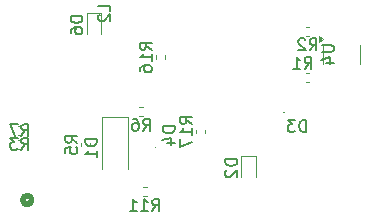
<source format=gbr>
%TF.GenerationSoftware,KiCad,Pcbnew,9.0.1*%
%TF.CreationDate,2025-04-28T02:05:13+08:00*%
%TF.ProjectId,Flight_Control,466c6967-6874-45f4-936f-6e74726f6c2e,rev?*%
%TF.SameCoordinates,Original*%
%TF.FileFunction,Legend,Bot*%
%TF.FilePolarity,Positive*%
%FSLAX46Y46*%
G04 Gerber Fmt 4.6, Leading zero omitted, Abs format (unit mm)*
G04 Created by KiCad (PCBNEW 9.0.1) date 2025-04-28 02:05:13*
%MOMM*%
%LPD*%
G01*
G04 APERTURE LIST*
%ADD10C,0.150000*%
%ADD11C,0.508000*%
%ADD12C,0.120000*%
%ADD13C,0.100000*%
G04 APERTURE END LIST*
D10*
X166692319Y-114988095D02*
X167501842Y-114988095D01*
X167501842Y-114988095D02*
X167597080Y-115035714D01*
X167597080Y-115035714D02*
X167644700Y-115083333D01*
X167644700Y-115083333D02*
X167692319Y-115178571D01*
X167692319Y-115178571D02*
X167692319Y-115369047D01*
X167692319Y-115369047D02*
X167644700Y-115464285D01*
X167644700Y-115464285D02*
X167597080Y-115511904D01*
X167597080Y-115511904D02*
X167501842Y-115559523D01*
X167501842Y-115559523D02*
X166692319Y-115559523D01*
X167025652Y-116464285D02*
X167692319Y-116464285D01*
X166644700Y-116226190D02*
X167358985Y-115988095D01*
X167358985Y-115988095D02*
X167358985Y-116607142D01*
X159524819Y-124646905D02*
X158524819Y-124646905D01*
X158524819Y-124646905D02*
X158524819Y-124885000D01*
X158524819Y-124885000D02*
X158572438Y-125027857D01*
X158572438Y-125027857D02*
X158667676Y-125123095D01*
X158667676Y-125123095D02*
X158762914Y-125170714D01*
X158762914Y-125170714D02*
X158953390Y-125218333D01*
X158953390Y-125218333D02*
X159096247Y-125218333D01*
X159096247Y-125218333D02*
X159286723Y-125170714D01*
X159286723Y-125170714D02*
X159381961Y-125123095D01*
X159381961Y-125123095D02*
X159477200Y-125027857D01*
X159477200Y-125027857D02*
X159524819Y-124885000D01*
X159524819Y-124885000D02*
X159524819Y-124646905D01*
X158620057Y-125599286D02*
X158572438Y-125646905D01*
X158572438Y-125646905D02*
X158524819Y-125742143D01*
X158524819Y-125742143D02*
X158524819Y-125980238D01*
X158524819Y-125980238D02*
X158572438Y-126075476D01*
X158572438Y-126075476D02*
X158620057Y-126123095D01*
X158620057Y-126123095D02*
X158715295Y-126170714D01*
X158715295Y-126170714D02*
X158810533Y-126170714D01*
X158810533Y-126170714D02*
X158953390Y-126123095D01*
X158953390Y-126123095D02*
X159524819Y-125551667D01*
X159524819Y-125551667D02*
X159524819Y-126170714D01*
X165338094Y-122324819D02*
X165338094Y-121324819D01*
X165338094Y-121324819D02*
X165099999Y-121324819D01*
X165099999Y-121324819D02*
X164957142Y-121372438D01*
X164957142Y-121372438D02*
X164861904Y-121467676D01*
X164861904Y-121467676D02*
X164814285Y-121562914D01*
X164814285Y-121562914D02*
X164766666Y-121753390D01*
X164766666Y-121753390D02*
X164766666Y-121896247D01*
X164766666Y-121896247D02*
X164814285Y-122086723D01*
X164814285Y-122086723D02*
X164861904Y-122181961D01*
X164861904Y-122181961D02*
X164957142Y-122277200D01*
X164957142Y-122277200D02*
X165099999Y-122324819D01*
X165099999Y-122324819D02*
X165338094Y-122324819D01*
X164433332Y-121324819D02*
X163814285Y-121324819D01*
X163814285Y-121324819D02*
X164147618Y-121705771D01*
X164147618Y-121705771D02*
X164004761Y-121705771D01*
X164004761Y-121705771D02*
X163909523Y-121753390D01*
X163909523Y-121753390D02*
X163861904Y-121801009D01*
X163861904Y-121801009D02*
X163814285Y-121896247D01*
X163814285Y-121896247D02*
X163814285Y-122134342D01*
X163814285Y-122134342D02*
X163861904Y-122229580D01*
X163861904Y-122229580D02*
X163909523Y-122277200D01*
X163909523Y-122277200D02*
X164004761Y-122324819D01*
X164004761Y-122324819D02*
X164290475Y-122324819D01*
X164290475Y-122324819D02*
X164385713Y-122277200D01*
X164385713Y-122277200D02*
X164433332Y-122229580D01*
X152342857Y-129024819D02*
X152676190Y-128548628D01*
X152914285Y-129024819D02*
X152914285Y-128024819D01*
X152914285Y-128024819D02*
X152533333Y-128024819D01*
X152533333Y-128024819D02*
X152438095Y-128072438D01*
X152438095Y-128072438D02*
X152390476Y-128120057D01*
X152390476Y-128120057D02*
X152342857Y-128215295D01*
X152342857Y-128215295D02*
X152342857Y-128358152D01*
X152342857Y-128358152D02*
X152390476Y-128453390D01*
X152390476Y-128453390D02*
X152438095Y-128501009D01*
X152438095Y-128501009D02*
X152533333Y-128548628D01*
X152533333Y-128548628D02*
X152914285Y-128548628D01*
X151390476Y-129024819D02*
X151961904Y-129024819D01*
X151676190Y-129024819D02*
X151676190Y-128024819D01*
X151676190Y-128024819D02*
X151771428Y-128167676D01*
X151771428Y-128167676D02*
X151866666Y-128262914D01*
X151866666Y-128262914D02*
X151961904Y-128310533D01*
X150438095Y-129024819D02*
X151009523Y-129024819D01*
X150723809Y-129024819D02*
X150723809Y-128024819D01*
X150723809Y-128024819D02*
X150819047Y-128167676D01*
X150819047Y-128167676D02*
X150914285Y-128262914D01*
X150914285Y-128262914D02*
X151009523Y-128310533D01*
X145984819Y-123243333D02*
X145508628Y-122910000D01*
X145984819Y-122671905D02*
X144984819Y-122671905D01*
X144984819Y-122671905D02*
X144984819Y-123052857D01*
X144984819Y-123052857D02*
X145032438Y-123148095D01*
X145032438Y-123148095D02*
X145080057Y-123195714D01*
X145080057Y-123195714D02*
X145175295Y-123243333D01*
X145175295Y-123243333D02*
X145318152Y-123243333D01*
X145318152Y-123243333D02*
X145413390Y-123195714D01*
X145413390Y-123195714D02*
X145461009Y-123148095D01*
X145461009Y-123148095D02*
X145508628Y-123052857D01*
X145508628Y-123052857D02*
X145508628Y-122671905D01*
X144984819Y-124148095D02*
X144984819Y-123671905D01*
X144984819Y-123671905D02*
X145461009Y-123624286D01*
X145461009Y-123624286D02*
X145413390Y-123671905D01*
X145413390Y-123671905D02*
X145365771Y-123767143D01*
X145365771Y-123767143D02*
X145365771Y-124005238D01*
X145365771Y-124005238D02*
X145413390Y-124100476D01*
X145413390Y-124100476D02*
X145461009Y-124148095D01*
X145461009Y-124148095D02*
X145556247Y-124195714D01*
X145556247Y-124195714D02*
X145794342Y-124195714D01*
X145794342Y-124195714D02*
X145889580Y-124148095D01*
X145889580Y-124148095D02*
X145937200Y-124100476D01*
X145937200Y-124100476D02*
X145984819Y-124005238D01*
X145984819Y-124005238D02*
X145984819Y-123767143D01*
X145984819Y-123767143D02*
X145937200Y-123671905D01*
X145937200Y-123671905D02*
X145889580Y-123624286D01*
X151566666Y-122224819D02*
X151899999Y-121748628D01*
X152138094Y-122224819D02*
X152138094Y-121224819D01*
X152138094Y-121224819D02*
X151757142Y-121224819D01*
X151757142Y-121224819D02*
X151661904Y-121272438D01*
X151661904Y-121272438D02*
X151614285Y-121320057D01*
X151614285Y-121320057D02*
X151566666Y-121415295D01*
X151566666Y-121415295D02*
X151566666Y-121558152D01*
X151566666Y-121558152D02*
X151614285Y-121653390D01*
X151614285Y-121653390D02*
X151661904Y-121701009D01*
X151661904Y-121701009D02*
X151757142Y-121748628D01*
X151757142Y-121748628D02*
X152138094Y-121748628D01*
X150709523Y-121224819D02*
X150899999Y-121224819D01*
X150899999Y-121224819D02*
X150995237Y-121272438D01*
X150995237Y-121272438D02*
X151042856Y-121320057D01*
X151042856Y-121320057D02*
X151138094Y-121462914D01*
X151138094Y-121462914D02*
X151185713Y-121653390D01*
X151185713Y-121653390D02*
X151185713Y-122034342D01*
X151185713Y-122034342D02*
X151138094Y-122129580D01*
X151138094Y-122129580D02*
X151090475Y-122177200D01*
X151090475Y-122177200D02*
X150995237Y-122224819D01*
X150995237Y-122224819D02*
X150804761Y-122224819D01*
X150804761Y-122224819D02*
X150709523Y-122177200D01*
X150709523Y-122177200D02*
X150661904Y-122129580D01*
X150661904Y-122129580D02*
X150614285Y-122034342D01*
X150614285Y-122034342D02*
X150614285Y-121796247D01*
X150614285Y-121796247D02*
X150661904Y-121701009D01*
X150661904Y-121701009D02*
X150709523Y-121653390D01*
X150709523Y-121653390D02*
X150804761Y-121605771D01*
X150804761Y-121605771D02*
X150995237Y-121605771D01*
X150995237Y-121605771D02*
X151090475Y-121653390D01*
X151090475Y-121653390D02*
X151138094Y-121701009D01*
X151138094Y-121701009D02*
X151185713Y-121796247D01*
X152284819Y-115367142D02*
X151808628Y-115033809D01*
X152284819Y-114795714D02*
X151284819Y-114795714D01*
X151284819Y-114795714D02*
X151284819Y-115176666D01*
X151284819Y-115176666D02*
X151332438Y-115271904D01*
X151332438Y-115271904D02*
X151380057Y-115319523D01*
X151380057Y-115319523D02*
X151475295Y-115367142D01*
X151475295Y-115367142D02*
X151618152Y-115367142D01*
X151618152Y-115367142D02*
X151713390Y-115319523D01*
X151713390Y-115319523D02*
X151761009Y-115271904D01*
X151761009Y-115271904D02*
X151808628Y-115176666D01*
X151808628Y-115176666D02*
X151808628Y-114795714D01*
X152284819Y-116319523D02*
X152284819Y-115748095D01*
X152284819Y-116033809D02*
X151284819Y-116033809D01*
X151284819Y-116033809D02*
X151427676Y-115938571D01*
X151427676Y-115938571D02*
X151522914Y-115843333D01*
X151522914Y-115843333D02*
X151570533Y-115748095D01*
X151284819Y-117176666D02*
X151284819Y-116986190D01*
X151284819Y-116986190D02*
X151332438Y-116890952D01*
X151332438Y-116890952D02*
X151380057Y-116843333D01*
X151380057Y-116843333D02*
X151522914Y-116748095D01*
X151522914Y-116748095D02*
X151713390Y-116700476D01*
X151713390Y-116700476D02*
X152094342Y-116700476D01*
X152094342Y-116700476D02*
X152189580Y-116748095D01*
X152189580Y-116748095D02*
X152237200Y-116795714D01*
X152237200Y-116795714D02*
X152284819Y-116890952D01*
X152284819Y-116890952D02*
X152284819Y-117081428D01*
X152284819Y-117081428D02*
X152237200Y-117176666D01*
X152237200Y-117176666D02*
X152189580Y-117224285D01*
X152189580Y-117224285D02*
X152094342Y-117271904D01*
X152094342Y-117271904D02*
X151856247Y-117271904D01*
X151856247Y-117271904D02*
X151761009Y-117224285D01*
X151761009Y-117224285D02*
X151713390Y-117176666D01*
X151713390Y-117176666D02*
X151665771Y-117081428D01*
X151665771Y-117081428D02*
X151665771Y-116890952D01*
X151665771Y-116890952D02*
X151713390Y-116795714D01*
X151713390Y-116795714D02*
X151761009Y-116748095D01*
X151761009Y-116748095D02*
X151856247Y-116700476D01*
X155684819Y-121657142D02*
X155208628Y-121323809D01*
X155684819Y-121085714D02*
X154684819Y-121085714D01*
X154684819Y-121085714D02*
X154684819Y-121466666D01*
X154684819Y-121466666D02*
X154732438Y-121561904D01*
X154732438Y-121561904D02*
X154780057Y-121609523D01*
X154780057Y-121609523D02*
X154875295Y-121657142D01*
X154875295Y-121657142D02*
X155018152Y-121657142D01*
X155018152Y-121657142D02*
X155113390Y-121609523D01*
X155113390Y-121609523D02*
X155161009Y-121561904D01*
X155161009Y-121561904D02*
X155208628Y-121466666D01*
X155208628Y-121466666D02*
X155208628Y-121085714D01*
X155684819Y-122609523D02*
X155684819Y-122038095D01*
X155684819Y-122323809D02*
X154684819Y-122323809D01*
X154684819Y-122323809D02*
X154827676Y-122228571D01*
X154827676Y-122228571D02*
X154922914Y-122133333D01*
X154922914Y-122133333D02*
X154970533Y-122038095D01*
X154684819Y-122942857D02*
X154684819Y-123609523D01*
X154684819Y-123609523D02*
X155684819Y-123180952D01*
X165656666Y-115424819D02*
X165989999Y-114948628D01*
X166228094Y-115424819D02*
X166228094Y-114424819D01*
X166228094Y-114424819D02*
X165847142Y-114424819D01*
X165847142Y-114424819D02*
X165751904Y-114472438D01*
X165751904Y-114472438D02*
X165704285Y-114520057D01*
X165704285Y-114520057D02*
X165656666Y-114615295D01*
X165656666Y-114615295D02*
X165656666Y-114758152D01*
X165656666Y-114758152D02*
X165704285Y-114853390D01*
X165704285Y-114853390D02*
X165751904Y-114901009D01*
X165751904Y-114901009D02*
X165847142Y-114948628D01*
X165847142Y-114948628D02*
X166228094Y-114948628D01*
X165275713Y-114520057D02*
X165228094Y-114472438D01*
X165228094Y-114472438D02*
X165132856Y-114424819D01*
X165132856Y-114424819D02*
X164894761Y-114424819D01*
X164894761Y-114424819D02*
X164799523Y-114472438D01*
X164799523Y-114472438D02*
X164751904Y-114520057D01*
X164751904Y-114520057D02*
X164704285Y-114615295D01*
X164704285Y-114615295D02*
X164704285Y-114710533D01*
X164704285Y-114710533D02*
X164751904Y-114853390D01*
X164751904Y-114853390D02*
X165323332Y-115424819D01*
X165323332Y-115424819D02*
X164704285Y-115424819D01*
X141266666Y-123824819D02*
X141599999Y-123348628D01*
X141838094Y-123824819D02*
X141838094Y-122824819D01*
X141838094Y-122824819D02*
X141457142Y-122824819D01*
X141457142Y-122824819D02*
X141361904Y-122872438D01*
X141361904Y-122872438D02*
X141314285Y-122920057D01*
X141314285Y-122920057D02*
X141266666Y-123015295D01*
X141266666Y-123015295D02*
X141266666Y-123158152D01*
X141266666Y-123158152D02*
X141314285Y-123253390D01*
X141314285Y-123253390D02*
X141361904Y-123301009D01*
X141361904Y-123301009D02*
X141457142Y-123348628D01*
X141457142Y-123348628D02*
X141838094Y-123348628D01*
X140933332Y-122824819D02*
X140314285Y-122824819D01*
X140314285Y-122824819D02*
X140647618Y-123205771D01*
X140647618Y-123205771D02*
X140504761Y-123205771D01*
X140504761Y-123205771D02*
X140409523Y-123253390D01*
X140409523Y-123253390D02*
X140361904Y-123301009D01*
X140361904Y-123301009D02*
X140314285Y-123396247D01*
X140314285Y-123396247D02*
X140314285Y-123634342D01*
X140314285Y-123634342D02*
X140361904Y-123729580D01*
X140361904Y-123729580D02*
X140409523Y-123777200D01*
X140409523Y-123777200D02*
X140504761Y-123824819D01*
X140504761Y-123824819D02*
X140790475Y-123824819D01*
X140790475Y-123824819D02*
X140885713Y-123777200D01*
X140885713Y-123777200D02*
X140933332Y-123729580D01*
X148784819Y-112118333D02*
X148784819Y-111642143D01*
X148784819Y-111642143D02*
X147784819Y-111642143D01*
X147880057Y-112404048D02*
X147832438Y-112451667D01*
X147832438Y-112451667D02*
X147784819Y-112546905D01*
X147784819Y-112546905D02*
X147784819Y-112785000D01*
X147784819Y-112785000D02*
X147832438Y-112880238D01*
X147832438Y-112880238D02*
X147880057Y-112927857D01*
X147880057Y-112927857D02*
X147975295Y-112975476D01*
X147975295Y-112975476D02*
X148070533Y-112975476D01*
X148070533Y-112975476D02*
X148213390Y-112927857D01*
X148213390Y-112927857D02*
X148784819Y-112356429D01*
X148784819Y-112356429D02*
X148784819Y-112975476D01*
X147654819Y-122961905D02*
X146654819Y-122961905D01*
X146654819Y-122961905D02*
X146654819Y-123200000D01*
X146654819Y-123200000D02*
X146702438Y-123342857D01*
X146702438Y-123342857D02*
X146797676Y-123438095D01*
X146797676Y-123438095D02*
X146892914Y-123485714D01*
X146892914Y-123485714D02*
X147083390Y-123533333D01*
X147083390Y-123533333D02*
X147226247Y-123533333D01*
X147226247Y-123533333D02*
X147416723Y-123485714D01*
X147416723Y-123485714D02*
X147511961Y-123438095D01*
X147511961Y-123438095D02*
X147607200Y-123342857D01*
X147607200Y-123342857D02*
X147654819Y-123200000D01*
X147654819Y-123200000D02*
X147654819Y-122961905D01*
X147654819Y-124485714D02*
X147654819Y-123914286D01*
X147654819Y-124200000D02*
X146654819Y-124200000D01*
X146654819Y-124200000D02*
X146797676Y-124104762D01*
X146797676Y-124104762D02*
X146892914Y-124009524D01*
X146892914Y-124009524D02*
X146940533Y-123914286D01*
X146424819Y-112536905D02*
X145424819Y-112536905D01*
X145424819Y-112536905D02*
X145424819Y-112775000D01*
X145424819Y-112775000D02*
X145472438Y-112917857D01*
X145472438Y-112917857D02*
X145567676Y-113013095D01*
X145567676Y-113013095D02*
X145662914Y-113060714D01*
X145662914Y-113060714D02*
X145853390Y-113108333D01*
X145853390Y-113108333D02*
X145996247Y-113108333D01*
X145996247Y-113108333D02*
X146186723Y-113060714D01*
X146186723Y-113060714D02*
X146281961Y-113013095D01*
X146281961Y-113013095D02*
X146377200Y-112917857D01*
X146377200Y-112917857D02*
X146424819Y-112775000D01*
X146424819Y-112775000D02*
X146424819Y-112536905D01*
X145424819Y-113965476D02*
X145424819Y-113775000D01*
X145424819Y-113775000D02*
X145472438Y-113679762D01*
X145472438Y-113679762D02*
X145520057Y-113632143D01*
X145520057Y-113632143D02*
X145662914Y-113536905D01*
X145662914Y-113536905D02*
X145853390Y-113489286D01*
X145853390Y-113489286D02*
X146234342Y-113489286D01*
X146234342Y-113489286D02*
X146329580Y-113536905D01*
X146329580Y-113536905D02*
X146377200Y-113584524D01*
X146377200Y-113584524D02*
X146424819Y-113679762D01*
X146424819Y-113679762D02*
X146424819Y-113870238D01*
X146424819Y-113870238D02*
X146377200Y-113965476D01*
X146377200Y-113965476D02*
X146329580Y-114013095D01*
X146329580Y-114013095D02*
X146234342Y-114060714D01*
X146234342Y-114060714D02*
X145996247Y-114060714D01*
X145996247Y-114060714D02*
X145901009Y-114013095D01*
X145901009Y-114013095D02*
X145853390Y-113965476D01*
X145853390Y-113965476D02*
X145805771Y-113870238D01*
X145805771Y-113870238D02*
X145805771Y-113679762D01*
X145805771Y-113679762D02*
X145853390Y-113584524D01*
X145853390Y-113584524D02*
X145901009Y-113536905D01*
X145901009Y-113536905D02*
X145996247Y-113489286D01*
X165236666Y-116984819D02*
X165569999Y-116508628D01*
X165808094Y-116984819D02*
X165808094Y-115984819D01*
X165808094Y-115984819D02*
X165427142Y-115984819D01*
X165427142Y-115984819D02*
X165331904Y-116032438D01*
X165331904Y-116032438D02*
X165284285Y-116080057D01*
X165284285Y-116080057D02*
X165236666Y-116175295D01*
X165236666Y-116175295D02*
X165236666Y-116318152D01*
X165236666Y-116318152D02*
X165284285Y-116413390D01*
X165284285Y-116413390D02*
X165331904Y-116461009D01*
X165331904Y-116461009D02*
X165427142Y-116508628D01*
X165427142Y-116508628D02*
X165808094Y-116508628D01*
X164284285Y-116984819D02*
X164855713Y-116984819D01*
X164569999Y-116984819D02*
X164569999Y-115984819D01*
X164569999Y-115984819D02*
X164665237Y-116127676D01*
X164665237Y-116127676D02*
X164760475Y-116222914D01*
X164760475Y-116222914D02*
X164855713Y-116270533D01*
X141266666Y-122684819D02*
X141599999Y-122208628D01*
X141838094Y-122684819D02*
X141838094Y-121684819D01*
X141838094Y-121684819D02*
X141457142Y-121684819D01*
X141457142Y-121684819D02*
X141361904Y-121732438D01*
X141361904Y-121732438D02*
X141314285Y-121780057D01*
X141314285Y-121780057D02*
X141266666Y-121875295D01*
X141266666Y-121875295D02*
X141266666Y-122018152D01*
X141266666Y-122018152D02*
X141314285Y-122113390D01*
X141314285Y-122113390D02*
X141361904Y-122161009D01*
X141361904Y-122161009D02*
X141457142Y-122208628D01*
X141457142Y-122208628D02*
X141838094Y-122208628D01*
X140933332Y-121684819D02*
X140266666Y-121684819D01*
X140266666Y-121684819D02*
X140695237Y-122684819D01*
X154224819Y-121861905D02*
X153224819Y-121861905D01*
X153224819Y-121861905D02*
X153224819Y-122100000D01*
X153224819Y-122100000D02*
X153272438Y-122242857D01*
X153272438Y-122242857D02*
X153367676Y-122338095D01*
X153367676Y-122338095D02*
X153462914Y-122385714D01*
X153462914Y-122385714D02*
X153653390Y-122433333D01*
X153653390Y-122433333D02*
X153796247Y-122433333D01*
X153796247Y-122433333D02*
X153986723Y-122385714D01*
X153986723Y-122385714D02*
X154081961Y-122338095D01*
X154081961Y-122338095D02*
X154177200Y-122242857D01*
X154177200Y-122242857D02*
X154224819Y-122100000D01*
X154224819Y-122100000D02*
X154224819Y-121861905D01*
X153558152Y-123290476D02*
X154224819Y-123290476D01*
X153177200Y-123052381D02*
X153891485Y-122814286D01*
X153891485Y-122814286D02*
X153891485Y-123433333D01*
D11*
%TO.C,J3*%
X142129600Y-128100000D02*
G75*
G02*
X141367600Y-128100000I-381000J0D01*
G01*
X141367600Y-128100000D02*
G75*
G02*
X142129600Y-128100000I381000J0D01*
G01*
D12*
%TO.C,U4*%
X166777500Y-115750000D02*
X166777500Y-114950000D01*
X166777500Y-115750000D02*
X166777500Y-116550000D01*
X169897500Y-115750000D02*
X169897500Y-114950000D01*
X169897500Y-115750000D02*
X169897500Y-116550000D01*
X166827500Y-114450000D02*
X166497500Y-114690000D01*
X166497500Y-114210000D01*
X166827500Y-114450000D01*
G36*
X166827500Y-114450000D02*
G01*
X166497500Y-114690000D01*
X166497500Y-114210000D01*
X166827500Y-114450000D01*
G37*
%TO.C,D2*%
X159890000Y-124370000D02*
X161110000Y-124370000D01*
X159890000Y-126185000D02*
X159890000Y-124370000D01*
X161110000Y-124370000D02*
X161110000Y-126185000D01*
D13*
%TO.C,D3*%
X163560000Y-120700000D02*
G75*
G02*
X163460000Y-120700000I-50000J0D01*
G01*
X163460000Y-120700000D02*
G75*
G02*
X163560000Y-120700000I50000J0D01*
G01*
D12*
%TO.C,R11*%
X151546359Y-127780000D02*
X151853641Y-127780000D01*
X151546359Y-127020000D02*
X151853641Y-127020000D01*
%TO.C,R5*%
X146320000Y-123563641D02*
X146320000Y-123256359D01*
X147080000Y-123563641D02*
X147080000Y-123256359D01*
%TO.C,R6*%
X151553641Y-120220000D02*
X151246359Y-120220000D01*
X151553641Y-120980000D02*
X151246359Y-120980000D01*
%TO.C,R16*%
X152620000Y-116163641D02*
X152620000Y-115856359D01*
X153380000Y-116163641D02*
X153380000Y-115856359D01*
%TO.C,R17*%
X156020000Y-122453641D02*
X156020000Y-122146359D01*
X156780000Y-122453641D02*
X156780000Y-122146359D01*
%TO.C,R2*%
X165643641Y-113420000D02*
X165336359Y-113420000D01*
X165643641Y-114180000D02*
X165336359Y-114180000D01*
%TO.C,R3*%
X141253641Y-121820000D02*
X140946359Y-121820000D01*
X141253641Y-122580000D02*
X140946359Y-122580000D01*
%TO.C,D1*%
X148090000Y-121040000D02*
X150310000Y-121040000D01*
X148090000Y-125450000D02*
X148090000Y-121040000D01*
X150310000Y-121040000D02*
X150310000Y-125450000D01*
%TO.C,D6*%
X146790000Y-112260000D02*
X148010000Y-112260000D01*
X146790000Y-114075000D02*
X146790000Y-112260000D01*
X148010000Y-112260000D02*
X148010000Y-114075000D01*
%TO.C,R1*%
X165336359Y-117320000D02*
X165643641Y-117320000D01*
X165336359Y-118080000D02*
X165643641Y-118080000D01*
%TO.C,R7*%
X140946359Y-123020000D02*
X141253641Y-123020000D01*
X140946359Y-123780000D02*
X141253641Y-123780000D01*
D13*
%TO.C,D4*%
X152650000Y-123690000D02*
G75*
G02*
X152550000Y-123690000I-50000J0D01*
G01*
X152550000Y-123690000D02*
G75*
G02*
X152650000Y-123690000I50000J0D01*
G01*
%TD*%
M02*

</source>
